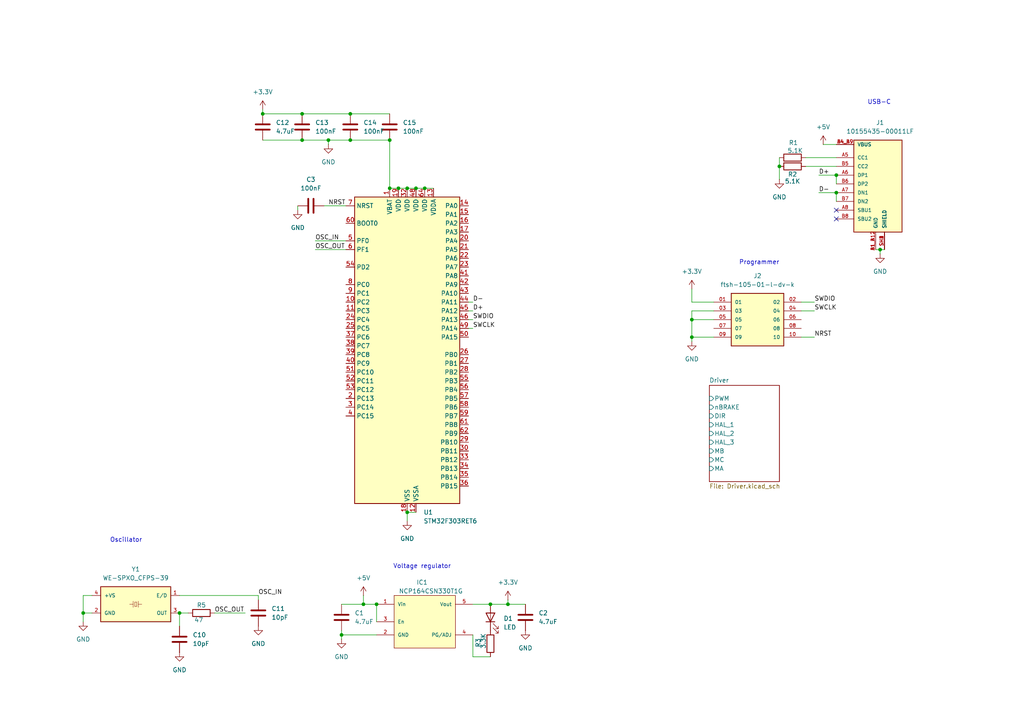
<source format=kicad_sch>
(kicad_sch (version 20231120) (generator "eeschema") (generator_version "8.0")
  (paper "A4")
  (lib_symbols
    (symbol "10155435-00011LF:10155435-00011LF" (pin_names (offset 1.016))
      (property "Reference" "J1" (at 0 17.78 0))
      (property "Value" "10155435-00011LF" (at 0 15.24 0))
      (symbol "10155435-00011LF_0_0"
        (rectangle (start -7.62 12.7) (end 6.35 -13.97) (stroke (width 0.254)) (fill (type background)))
        (pin power_in line (at -1.27 -19.05 90) (length 5.08) (name "GND") (number "A1_B12"))
        (pin power_in line (at -12.7 11.43 0) (length 5.08) (name "VBUS") (number "A4_B9"))
        (pin bidirectional line (at -12.7 7.62 0) (length 5.08) (name "CC1") (number "A5"))
        (pin bidirectional line (at -12.7 2.54 0) (length 5.08) (name "DP1") (number "A6"))
        (pin bidirectional line (at -12.7 -2.54 0) (length 5.08) (name "DN1") (number "A7"))
        (pin bidirectional line (at -12.7 -7.62 0) (length 5.08) (name "SBU1") (number "A8"))
        (pin power_in line (at -1.27 -19.05 90) (length 5.08) (name "GND") (number "B1_A12"))
        (pin power_in line (at -12.7 11.43 0) (length 5.08) (name "VBUS") (number "B4_A9"))
        (pin bidirectional line (at -12.7 5.08 0) (length 5.08) (name "CC2") (number "B5"))
        (pin bidirectional line (at -12.7 0 0) (length 5.08) (name "DP2") (number "B6"))
        (pin bidirectional line (at -12.7 -5.08 0) (length 5.08) (name "DN2") (number "B7"))
        (pin bidirectional line (at -12.7 -10.16 0) (length 5.08) (name "SBU2") (number "B8"))
        (pin passive line (at 1.27 -19.05 90) (length 5.08) (name "SHIELD") (number "SH1"))
        (pin passive line (at 1.27 -19.05 90) (length 5.08) (name "SHIELD") (number "SH2"))
        (pin passive line (at 1.27 -19.05 90) (length 5.08) (name "SHIELD") (number "SH3"))
        (pin passive line (at 1.27 -19.05 90) (length 5.08) (name "SHIELD") (number "SH4"))
      )
    )
    (symbol "Device:C" (pin_numbers hide) (pin_names (offset 0.254))
      (property "Reference" "C" (at 0.635 2.54 0))
      (property "Value" "C" (at 0.635 -2.54 0))
      (symbol "C_0_1"
        (polyline (pts (xy -2.032 -0.762) (xy 2.032 -0.762)) (stroke (width 0.508)))
        (polyline (pts (xy -2.032 0.762) (xy 2.032 0.762)) (stroke (width 0.508)))
      )
      (symbol "C_1_1"
        (pin passive line (at 0 3.81 270) (length 2.794) (name "~") (number "1"))
        (pin passive line (at 0 -3.81 90) (length 2.794) (name "~") (number "2"))
      )
    )
    (symbol "Device:LED" (pin_numbers hide) (pin_names (offset 1.016) hide)
      (property "Reference" "D" (at 0 2.54 0))
      (property "Value" "LED" (at 0 -2.54 0))
      (symbol "LED_0_1"
        (polyline (pts (xy -1.27 -1.27) (xy -1.27 1.27)) (stroke (width 0.254)))
        (polyline (pts (xy -1.27 0) (xy 1.27 0)))
        (polyline (pts (xy 1.27 -1.27) (xy 1.27 1.27) (xy -1.27 0) (xy 1.27 -1.27)) (stroke (width 0.254)))
        (polyline (pts (xy -3.048 -0.762) (xy -4.572 -2.286) (xy -3.81 -2.286) (xy -4.572 -2.286) (xy -4.572 -1.524)))
        (polyline (pts (xy -1.778 -0.762) (xy -3.302 -2.286) (xy -2.54 -2.286) (xy -3.302 -2.286) (xy -3.302 -1.524)))
      )
      (symbol "LED_1_1"
        (pin passive line (at -3.81 0 0) (length 2.54) (name "K") (number "1"))
        (pin passive line (at 3.81 0 180) (length 2.54) (name "A") (number "2"))
      )
    )
    (symbol "Device:R" (pin_numbers hide) (pin_names (offset 0))
      (property "Reference" "R" (at 2.032 0 90))
      (property "Value" "R" (at 0 0 90))
      (symbol "R_0_1"
        (rectangle (start -1.016 -2.54) (end 1.016 2.54) (stroke (width 0.254)))
      )
      (symbol "R_1_1"
        (pin passive line (at 0 3.81 270) (length 1.27) (name "~") (number "1"))
        (pin passive line (at 0 -3.81 90) (length 1.27) (name "~") (number "2"))
      )
    )
    (symbol "FTSH-105-XX-X-DV:FTSH-105-XX-X-DV" (pin_names (offset 1.016))
      (property "Reference" "J2" (at 0 12.7 0))
      (property "Value" "ftsh-105-01-l-dv-k" (at 0 10.16 0))
      (symbol "FTSH-105-XX-X-DV_0_0"
        (rectangle (start -7.62 -7.62) (end 7.62 7.62) (stroke (width 0.254)) (fill (type background)))
        (pin passive line (at -12.7 5.08 0) (length 5.08) (name "01") (number "01"))
        (pin passive line (at 12.7 5.08 180) (length 5.08) (name "02") (number "02"))
        (pin passive line (at -12.7 2.54 0) (length 5.08) (name "03") (number "03"))
        (pin passive line (at 12.7 2.54 180) (length 5.08) (name "04") (number "04"))
        (pin passive line (at -12.7 0 0) (length 5.08) (name "05") (number "05"))
        (pin passive line (at 12.7 0 180) (length 5.08) (name "06") (number "06"))
        (pin passive line (at -12.7 -2.54 0) (length 5.08) (name "07") (number "07"))
        (pin passive line (at 12.7 -2.54 180) (length 5.08) (name "08") (number "08"))
        (pin passive line (at -12.7 -5.08 0) (length 5.08) (name "09") (number "09"))
        (pin passive line (at 12.7 -5.08 180) (length 5.08) (name "10") (number "10"))
      )
    )
    (symbol "MCU_ST_STM32F3:STM32F303RETx"
      (property "Reference" "U" (at -15.24 46.99 0))
      (property "Value" "STM32F303RETx" (at 10.16 46.99 0))
      (symbol "STM32F303RETx_0_1"
        (rectangle (start -15.24 -43.18) (end 15.24 45.72) (stroke (width 0.254)) (fill (type background)))
      )
      (symbol "STM32F303RETx_1_1"
        (pin power_in line (at -5.08 48.26 270) (length 2.54) (name "VBAT") (number "1"))
        (pin bidirectional line (at -17.78 15.24 0) (length 2.54) (name "PC2") (number "10"))
        (pin bidirectional line (at -17.78 12.7 0) (length 2.54) (name "PC3") (number "11"))
        (pin power_in line (at 2.54 -45.72 90) (length 2.54) (name "VSSA") (number "12"))
        (pin power_in line (at 7.62 48.26 270) (length 2.54) (name "VDDA") (number "13"))
        (pin bidirectional line (at 17.78 43.18 180) (length 2.54) (name "PA0") (number "14"))
        (pin bidirectional line (at 17.78 40.64 180) (length 2.54) (name "PA1") (number "15"))
        (pin bidirectional line (at 17.78 38.1 180) (length 2.54) (name "PA2") (number "16"))
        (pin bidirectional line (at 17.78 35.56 180) (length 2.54) (name "PA3") (number "17"))
        (pin power_in line (at 0 -45.72 90) (length 2.54) (name "VSS") (number "18"))
        (pin power_in line (at -2.54 48.26 270) (length 2.54) (name "VDD") (number "19"))
        (pin bidirectional line (at -17.78 -12.7 0) (length 2.54) (name "PC13") (number "2"))
        (pin bidirectional line (at 17.78 33.02 180) (length 2.54) (name "PA4") (number "20"))
        (pin bidirectional line (at 17.78 30.48 180) (length 2.54) (name "PA5") (number "21"))
        (pin bidirectional line (at 17.78 27.94 180) (length 2.54) (name "PA6") (number "22"))
        (pin bidirectional line (at 17.78 25.4 180) (length 2.54) (name "PA7") (number "23"))
        (pin bidirectional line (at -17.78 10.16 0) (length 2.54) (name "PC4") (number "24"))
        (pin bidirectional line (at -17.78 7.62 0) (length 2.54) (name "PC5") (number "25"))
        (pin bidirectional line (at 17.78 0 180) (length 2.54) (name "PB0") (number "26"))
        (pin bidirectional line (at 17.78 -2.54 180) (length 2.54) (name "PB1") (number "27"))
        (pin bidirectional line (at 17.78 -5.08 180) (length 2.54) (name "PB2") (number "28"))
        (pin bidirectional line (at 17.78 -25.4 180) (length 2.54) (name "PB10") (number "29"))
        (pin bidirectional line (at -17.78 -15.24 0) (length 2.54) (name "PC14") (number "3"))
        (pin bidirectional line (at 17.78 -27.94 180) (length 2.54) (name "PB11") (number "30"))
        (pin passive line (at 0 -45.72 90) (length 2.54) hide (name "VSS") (number "31"))
        (pin power_in line (at 0 48.26 270) (length 2.54) (name "VDD") (number "32"))
        (pin bidirectional line (at 17.78 -30.48 180) (length 2.54) (name "PB12") (number "33"))
        (pin bidirectional line (at 17.78 -33.02 180) (length 2.54) (name "PB13") (number "34"))
        (pin bidirectional line (at 17.78 -35.56 180) (length 2.54) (name "PB14") (number "35"))
        (pin bidirectional line (at 17.78 -38.1 180) (length 2.54) (name "PB15") (number "36"))
        (pin bidirectional line (at -17.78 5.08 0) (length 2.54) (name "PC6") (number "37"))
        (pin bidirectional line (at -17.78 2.54 0) (length 2.54) (name "PC7") (number "38"))
        (pin bidirectional line (at -17.78 0 0) (length 2.54) (name "PC8") (number "39"))
        (pin bidirectional line (at -17.78 -17.78 0) (length 2.54) (name "PC15") (number "4"))
        (pin bidirectional line (at -17.78 -2.54 0) (length 2.54) (name "PC9") (number "40"))
        (pin bidirectional line (at 17.78 22.86 180) (length 2.54) (name "PA8") (number "41"))
        (pin bidirectional line (at 17.78 20.32 180) (length 2.54) (name "PA9") (number "42"))
        (pin bidirectional line (at 17.78 17.78 180) (length 2.54) (name "PA10") (number "43"))
        (pin bidirectional line (at 17.78 15.24 180) (length 2.54) (name "PA11") (number "44"))
        (pin bidirectional line (at 17.78 12.7 180) (length 2.54) (name "PA12") (number "45"))
        (pin bidirectional line (at 17.78 10.16 180) (length 2.54) (name "PA13") (number "46"))
        (pin passive line (at 0 -45.72 90) (length 2.54) hide (name "VSS") (number "47"))
        (pin power_in line (at 2.54 48.26 270) (length 2.54) (name "VDD") (number "48"))
        (pin bidirectional line (at 17.78 7.62 180) (length 2.54) (name "PA14") (number "49"))
        (pin bidirectional line (at -17.78 33.02 0) (length 2.54) (name "PF0") (number "5"))
        (pin bidirectional line (at 17.78 5.08 180) (length 2.54) (name "PA15") (number "50"))
        (pin bidirectional line (at -17.78 -5.08 0) (length 2.54) (name "PC10") (number "51"))
        (pin bidirectional line (at -17.78 -7.62 0) (length 2.54) (name "PC11") (number "52"))
        (pin bidirectional line (at -17.78 -10.16 0) (length 2.54) (name "PC12") (number "53"))
        (pin bidirectional line (at -17.78 25.4 0) (length 2.54) (name "PD2") (number "54"))
        (pin bidirectional line (at 17.78 -7.62 180) (length 2.54) (name "PB3") (number "55"))
        (pin bidirectional line (at 17.78 -10.16 180) (length 2.54) (name "PB4") (number "56"))
        (pin bidirectional line (at 17.78 -12.7 180) (length 2.54) (name "PB5") (number "57"))
        (pin bidirectional line (at 17.78 -15.24 180) (length 2.54) (name "PB6") (number "58"))
        (pin bidirectional line (at 17.78 -17.78 180) (length 2.54) (name "PB7") (number "59"))
        (pin bidirectional line (at -17.78 30.48 0) (length 2.54) (name "PF1") (number "6"))
        (pin input line (at -17.78 38.1 0) (length 2.54) (name "BOOT0") (number "60"))
        (pin bidirectional line (at 17.78 -20.32 180) (length 2.54) (name "PB8") (number "61"))
        (pin bidirectional line (at 17.78 -22.86 180) (length 2.54) (name "PB9") (number "62"))
        (pin passive line (at 0 -45.72 90) (length 2.54) hide (name "VSS") (number "63"))
        (pin power_in line (at 5.08 48.26 270) (length 2.54) (name "VDD") (number "64"))
        (pin input line (at -17.78 43.18 0) (length 2.54) (name "NRST") (number "7"))
        (pin bidirectional line (at -17.78 20.32 0) (length 2.54) (name "PC0") (number "8"))
        (pin bidirectional line (at -17.78 17.78 0) (length 2.54) (name "PC1") (number "9"))
      )
    )
    (symbol "NCP164CSN330T1G:NCP164CSN330T1G" (pin_names (offset 1.016))
      (property "Reference" "IC1" (at -0.762 7.62 0))
      (property "Value" "NCP164CSN330T1G" (at 1.778 5.08 0))
      (symbol "NCP164CSN330T1G_0_0"
        (pin bidirectional line (at -13.97 -7.62 0) (length 5.08) (name "GND") (number "2"))
        (pin bidirectional line (at 13.97 -7.62 180) (length 5.08) (name "PG/ADJ") (number "4"))
      )
      (symbol "NCP164CSN330T1G_0_1"
        (rectangle (start -8.89 3.81) (end 8.89 -11.43) (fill (type background)))
      )
      (symbol "NCP164CSN330T1G_1_0"
        (pin bidirectional line (at -13.97 1.27 0) (length 5.08) (name "Vin") (number "1"))
        (pin bidirectional line (at -13.97 -3.81 0) (length 5.08) (name "En") (number "3"))
        (pin bidirectional line (at 13.97 1.27 180) (length 5.08) (name "Vout") (number "5"))
      )
    )
    (symbol "WE-SPXO_CFPS-39:WE-SPXO_CFPS-39" (pin_names (offset 1.016))
      (property "Reference" "Y1" (at 0 10.16 0))
      (property "Value" "WE-SPXO_CFPS-39" (at 0 7.62 0))
      (symbol "WE-SPXO_CFPS-39_0_0"
        (rectangle (start -10.16 -5.08) (end 10.16 5.08) (stroke (width 0.254)) (fill (type background)))
        (polyline (pts (xy -1.778 0) (xy -0.762 0)) (stroke (width 0.1016)))
        (polyline (pts (xy -0.762 0) (xy -0.762 -0.889)) (stroke (width 0.1016)))
        (polyline (pts (xy -0.762 0) (xy -0.762 0.889)) (stroke (width 0.1016)))
        (polyline (pts (xy -0.254 -0.635) (xy -0.254 0.635)) (stroke (width 0.1016)))
        (polyline (pts (xy -0.254 0.635) (xy 0.254 0.635)) (stroke (width 0.1016)))
        (polyline (pts (xy 0.254 -0.635) (xy -0.254 -0.635)) (stroke (width 0.1016)))
        (polyline (pts (xy 0.254 0.635) (xy 0.254 -0.635)) (stroke (width 0.1016)))
        (polyline (pts (xy 0.762 0) (xy 0.762 -0.889)) (stroke (width 0.1016)))
        (polyline (pts (xy 0.762 0) (xy 0.762 0.889)) (stroke (width 0.1016)))
        (polyline (pts (xy 1.778 0) (xy 0.762 0)) (stroke (width 0.1016)))
        (pin input line (at 12.7 2.54 180) (length 2.54) (name "E/D") (number "1"))
        (pin power_in line (at -12.7 -2.54 0) (length 2.54) (name "GND") (number "2"))
        (pin output line (at 12.7 -2.54 180) (length 2.54) (name "OUT") (number "3"))
        (pin power_in line (at -12.7 2.54 0) (length 2.54) (name "+VS") (number "4"))
      )
    )
    (symbol "power:+3.3V" (power) (pin_numbers hide) (pin_names (offset 0) hide)
      (property "Value" "+3.3V" (at 0 3.556 0))
      (symbol "+3.3V_0_1"
        (polyline (pts (xy -0.762 1.27) (xy 0 2.54)))
        (polyline (pts (xy 0 0) (xy 0 2.54)))
        (polyline (pts (xy 0 2.54) (xy 0.762 1.27)))
      )
      (symbol "+3.3V_1_1"
        (pin power_in line (at 0 0 90) (length 0) (name "~") (number "1"))
      )
    )
    (symbol "power:+5V" (power) (pin_numbers hide) (pin_names (offset 0) hide)
      (property "Value" "+5V" (at 0 3.556 0))
      (symbol "+5V_0_1"
        (polyline (pts (xy -0.762 1.27) (xy 0 2.54)))
        (polyline (pts (xy 0 0) (xy 0 2.54)))
        (polyline (pts (xy 0 2.54) (xy 0.762 1.27)))
      )
      (symbol "+5V_1_1"
        (pin power_in line (at 0 0 90) (length 0) (name "~") (number "1"))
      )
    )
    (symbol "power:GND" (power) (pin_numbers hide) (pin_names (offset 0) hide)
      (property "Value" "GND" (at 0 -3.81 0))
      (symbol "GND_0_1"
        (polyline (pts (xy 0 0) (xy 0 -1.27) (xy 1.27 -1.27) (xy 0 -2.54) (xy -1.27 -1.27) (xy 0 -1.27)))
      )
      (symbol "GND_1_1"
        (pin power_in line (at 0 0 270) (length 0) (name "~") (number "1"))
      )
    )
  )
  (junction (at 242.57 50.8))
  (junction (at 99.06 184.15))
  (junction (at 87.63 33.02))
  (junction (at 147.32 175.26))
  (junction (at 226.06 48.26))
  (junction (at 87.63 40.64))
  (junction (at 142.24 175.26))
  (junction (at 118.11 148.59))
  (junction (at 52.07 177.8))
  (junction (at 24.13 177.8))
  (junction (at 101.6 33.02))
  (junction (at 123.19 54.61))
  (junction (at 109.22 175.26))
  (junction (at 113.03 54.61))
  (junction (at 95.25 40.64))
  (junction (at 101.6 40.64))
  (junction (at 200.66 92.71))
  (junction (at 115.57 54.61))
  (junction (at 242.57 55.88))
  (junction (at 120.65 54.61))
  (junction (at 255.27 72.39))
  (junction (at 200.66 97.79))
  (junction (at 76.2 33.02))
  (junction (at 113.03 40.64))
  (junction (at 118.11 54.61))
  (junction (at 105.41 175.26))
  (no_connect (at 242.57 63.5))
  (no_connect (at 242.57 60.96))
  (wire (pts (xy 137.16 184.15) (xy 137.16 190.5)))
  (wire (pts (xy 242.57 50.8) (xy 242.57 53.34)))
  (wire (pts (xy 101.6 33.02) (xy 113.03 33.02)))
  (wire (pts (xy 99.06 184.15) (xy 99.06 182.88)))
  (wire (pts (xy 118.11 54.61) (xy 120.65 54.61)))
  (wire (pts (xy 52.07 181.61) (xy 52.07 177.8)))
  (wire (pts (xy 123.19 54.61) (xy 125.73 54.61)))
  (wire (pts (xy 147.32 175.26) (xy 152.4 175.26)))
  (wire (pts (xy 87.63 40.64) (xy 95.25 40.64)))
  (wire (pts (xy 255.27 73.66) (xy 255.27 72.39)))
  (wire (pts (xy 87.63 33.02) (xy 101.6 33.02)))
  (wire (pts (xy 118.11 148.59) (xy 120.65 148.59)))
  (wire (pts (xy 226.06 45.72) (xy 226.06 48.26)))
  (wire (pts (xy 200.66 90.17) (xy 200.66 92.71)))
  (wire (pts (xy 113.03 40.64) (xy 113.03 54.61)))
  (wire (pts (xy 76.2 33.02) (xy 87.63 33.02)))
  (wire (pts (xy 105.41 172.72) (xy 105.41 175.26)))
  (wire (pts (xy 105.41 175.26) (xy 109.22 175.26)))
  (wire (pts (xy 137.16 92.71) (xy 135.89 92.71)))
  (wire (pts (xy 120.65 54.61) (xy 123.19 54.61)))
  (wire (pts (xy 142.24 175.26) (xy 147.32 175.26)))
  (wire (pts (xy 74.93 173.99) (xy 74.93 172.72)))
  (wire (pts (xy 99.06 175.26) (xy 105.41 175.26)))
  (wire (pts (xy 24.13 177.8) (xy 24.13 180.34)))
  (wire (pts (xy 232.41 97.79) (xy 236.22 97.79)))
  (wire (pts (xy 237.49 55.88) (xy 242.57 55.88)))
  (wire (pts (xy 232.41 87.63) (xy 236.22 87.63)))
  (wire (pts (xy 226.06 48.26) (xy 226.06 52.07)))
  (wire (pts (xy 52.07 172.72) (xy 74.93 172.72)))
  (wire (pts (xy 137.16 87.63) (xy 135.89 87.63)))
  (wire (pts (xy 200.66 97.79) (xy 200.66 99.06)))
  (wire (pts (xy 115.57 54.61) (xy 118.11 54.61)))
  (wire (pts (xy 99.06 184.15) (xy 109.22 184.15)))
  (wire (pts (xy 95.25 41.91) (xy 95.25 40.64)))
  (wire (pts (xy 86.36 60.96) (xy 86.36 59.69)))
  (wire (pts (xy 118.11 151.13) (xy 118.11 148.59)))
  (wire (pts (xy 95.25 40.64) (xy 101.6 40.64)))
  (wire (pts (xy 137.16 95.25) (xy 135.89 95.25)))
  (wire (pts (xy 91.44 72.39) (xy 100.33 72.39)))
  (wire (pts (xy 233.68 48.26) (xy 242.57 48.26)))
  (wire (pts (xy 26.67 172.72) (xy 24.13 172.72)))
  (wire (pts (xy 232.41 90.17) (xy 236.22 90.17)))
  (wire (pts (xy 200.66 92.71) (xy 200.66 97.79)))
  (wire (pts (xy 137.16 175.26) (xy 142.24 175.26)))
  (wire (pts (xy 237.49 50.8) (xy 242.57 50.8)))
  (wire (pts (xy 137.16 90.17) (xy 135.89 90.17)))
  (wire (pts (xy 24.13 177.8) (xy 26.67 177.8)))
  (wire (pts (xy 233.68 45.72) (xy 242.57 45.72)))
  (wire (pts (xy 76.2 31.75) (xy 76.2 33.02)))
  (wire (pts (xy 142.24 190.5) (xy 137.16 190.5)))
  (wire (pts (xy 254 72.39) (xy 255.27 72.39)))
  (wire (pts (xy 101.6 40.64) (xy 113.03 40.64)))
  (wire (pts (xy 93.98 59.69) (xy 100.33 59.69)))
  (wire (pts (xy 113.03 54.61) (xy 115.57 54.61)))
  (wire (pts (xy 238.76 41.91) (xy 242.57 41.91)))
  (wire (pts (xy 109.22 175.26) (xy 109.22 180.34)))
  (wire (pts (xy 200.66 97.79) (xy 207.01 97.79)))
  (wire (pts (xy 99.06 185.42) (xy 99.06 184.15)))
  (wire (pts (xy 62.23 177.8) (xy 71.12 177.8)))
  (wire (pts (xy 200.66 87.63) (xy 200.66 83.82)))
  (wire (pts (xy 91.44 69.85) (xy 100.33 69.85)))
  (wire (pts (xy 200.66 92.71) (xy 207.01 92.71)))
  (wire (pts (xy 24.13 172.72) (xy 24.13 177.8)))
  (wire (pts (xy 207.01 90.17) (xy 200.66 90.17)))
  (wire (pts (xy 242.57 55.88) (xy 242.57 58.42)))
  (wire (pts (xy 255.27 72.39) (xy 256.54 72.39)))
  (wire (pts (xy 207.01 87.63) (xy 200.66 87.63)))
  (wire (pts (xy 147.32 173.99) (xy 147.32 175.26)))
  (wire (pts (xy 52.07 177.8) (xy 54.61 177.8)))
  (wire (pts (xy 76.2 40.64) (xy 87.63 40.64)))
  (text "Oscillator\n" (at 36.576 156.718 0) (effects (font (size 1.27 1.27))))
  (text "USB-C\n" (at 255.016 29.718 0) (effects (font (size 1.27 1.27))))
  (text "Programmer\n" (at 220.218 76.2 0) (effects (font (size 1.27 1.27))))
  (text "Voltage regulator\n" (at 122.428 164.338 0) (effects (font (size 1.27 1.27))))
  (label "OSC_IN" (at 74.93 172.72 0))
  (label "OSC_OUT" (at 62.23 177.8 0))
  (label "SWDIO" (at 236.22 87.63 0))
  (label "NRST" (at 95.25 59.69 0))
  (label "D+" (at 137.16 90.17 0))
  (label "D-" (at 237.49 55.88 0))
  (label "D+" (at 237.49 50.8 0))
  (label "SWCLK" (at 137.16 95.25 0))
  (label "OSC_IN" (at 91.44 69.85 0))
  (label "SWCLK" (at 236.22 90.17 0))
  (label "SWDIO" (at 137.16 92.71 0))
  (label "NRST" (at 236.22 97.79 0))
  (label "D-" (at 137.16 87.63 0))
  (label "OSC_OUT" (at 91.44 72.39 0))
  (symbol (lib_id "power:GND") (at 86.36 60.96 0) (unit 1)
    (property "Reference" "#PWR010" (effects (hide yes)))
    (property "Value" "GND" (at 86.36 66.04 0))
    (property "Description" "Power symbol creates a global label with name \"GND\" , ground" (effects (hide yes)))
  )
  (symbol (lib_id "NCP164CSN330T1G:NCP164CSN330T1G") (at 123.19 176.53 0) (unit 1)
    (property "Reference" "IC1" (at 122.428 168.91 0))
    (property "Value" "NCP164CSN330T1G" (at 124.968 171.45 0))
    (property "Footprint" "NCP164CSN330T1G:SOT95P275X110-5N" (effects (hide yes)))
    (property "MANUFACTURER_NAME" "ON Semiconductor" (effects (hide yes)))
    (property "MF" "ON Semiconductor" (effects (hide yes)))
    (property "MOUSER_PRICE-STOCK" "https://www.mouser.co.uk/ProductDetail/onsemi/NCP164CSN330T1G?qs=xZ%2FP%252Ba9zWqbi%2FAyy5UtoRw%3D%3D" (effects (hide yes)))
    (property "DESCRIPTION" "LDO Regulator Pos 3.3V 0.3A 5-Pin TSOP T/R" (effects (hide yes)))
    (property "MOUSER_PART_NUMBER" "863-NCP164CSN330T1G" (effects (hide yes)))
    (property "Price" "None" (effects (hide yes)))
    (property "Package" "TSOP-5 ON Semiconductor" (effects (hide yes)))
    (property "Check_prices" "https://www.snapeda.com/parts/NCP164CSN330T1G/Onsemi/view-part/?ref=eda" (effects (hide yes)))
    (property "HEIGHT" "1.1mm" (effects (hide yes)))
    (property "SnapEDA_Link" "https://www.snapeda.com/parts/NCP164CSN330T1G/Onsemi/view-part/?ref=snap" (effects (hide yes)))
    (property "MP" "NCP164CSN330T1G" (effects (hide yes)))
    (property "Description_1" "\n                        \n                            Linear Voltage Regulator IC Positive Fixed 1 Output  300mA 5-TSOP\n                        \n" (effects (hide yes)))
    (property "Availability" "In Stock" (effects (hide yes)))
    (property "MANUFACTURER_PART_NUMBER" "NCP164CSN330T1G" (effects (hide yes)))
  )
  (symbol (lib_id "power:+3.3V") (at 76.2 31.75 0) (unit 1)
    (property "Reference" "#PWR028" (effects (hide yes)))
    (property "Value" "+3.3V" (at 76.2 26.67 0))
    (property "Description" "Power symbol creates a global label with name \"+3.3V\"" (effects (hide yes)))
  )
  (symbol (lib_id "Device:R") (at 142.24 186.69 180) (unit 1)
    (property "Reference" "R3" (at 138.684 186.436 90))
    (property "Value" "3.3K" (at 140.208 185.928 90))
    (property "Description" "Resistor" (effects (hide yes)))
  )
  (symbol (lib_id "Device:R") (at 229.87 45.72 90) (unit 1)
    (property "Reference" "R1" (at 230.124 41.402 90))
    (property "Value" "5.1K" (at 230.632 43.688 90))
    (property "Description" "Resistor" (effects (hide yes)))
  )
  (symbol (lib_id "power:GND") (at 118.11 151.13 0) (unit 1)
    (property "Reference" "#PWR027" (effects (hide yes)))
    (property "Value" "GND" (at 118.11 156.21 0))
    (property "Description" "Power symbol creates a global label with name \"GND\" , ground" (effects (hide yes)))
  )
  (symbol (lib_id "Device:C") (at 99.06 179.07 0) (unit 1)
    (property "Reference" "C1" (at 102.87 177.7999 0) (effects (justify left)))
    (property "Value" "4.7uF" (at 102.87 180.3399 0) (effects (justify left)))
    (property "Description" "Unpolarized capacitor" (effects (hide yes)))
  )
  (symbol (lib_id "power:GND") (at 52.07 189.23 0) (unit 1)
    (property "Reference" "#PWR025" (effects (hide yes)))
    (property "Value" "GND" (at 52.07 194.31 0))
    (property "Description" "Power symbol creates a global label with name \"GND\" , ground" (effects (hide yes)))
  )
  (symbol (lib_id "power:GND") (at 255.27 73.66 0) (unit 1)
    (property "Reference" "#PWR01" (effects (hide yes)))
    (property "Value" "GND" (at 255.27 78.74 0))
    (property "Description" "Power symbol creates a global label with name \"GND\" , ground" (effects (hide yes)))
  )
  (symbol (lib_id "WE-SPXO_CFPS-39:WE-SPXO_CFPS-39") (at 39.37 175.26 0) (unit 1)
    (property "Reference" "Y1" (at 39.37 165.1 0))
    (property "Value" "WE-SPXO_CFPS-39" (at 39.37 167.64 0))
    (property "Footprint" "WE-SPXO_CFPS-39:WE-SPXO_CFPS-39" (effects (hide yes)))
    (property "MF" "Würth Elektronik" (effects (hide yes)))
    (property "Description_1" "\n                        \n                            XTAL OSC XO 16.0000MHZ CMOS\n                        \n" (effects (hide yes)))
    (property "Package" "None" (effects (hide yes)))
    (property "Price" "None" (effects (hide yes)))
    (property "SnapEDA_Link" "https://www.snapeda.com/parts/830205889709/Wurth+Electronics/view-part/?ref=snap" (effects (hide yes)))
    (property "MP" "830205889709" (effects (hide yes)))
    (property "Availability" "In Stock" (effects (hide yes)))
    (property "Check_prices" "https://www.snapeda.com/parts/830205889709/Wurth+Electronics/view-part/?ref=eda" (effects (hide yes)))
  )
  (symbol (lib_id "Device:C") (at 90.17 59.69 90) (unit 1)
    (property "Reference" "C3" (at 90.17 52.07 90))
    (property "Value" "100nF" (at 90.17 54.61 90))
    (property "Description" "Unpolarized capacitor" (effects (hide yes)))
  )
  (symbol (lib_id "Device:C") (at 152.4 179.07 0) (unit 1)
    (property "Reference" "C2" (at 156.21 177.7999 0) (effects (justify left)))
    (property "Value" "4.7uF" (at 156.21 180.3399 0) (effects (justify left)))
    (property "Description" "Unpolarized capacitor" (effects (hide yes)))
  )
  (symbol (lib_id "power:GND") (at 99.06 185.42 0) (unit 1)
    (property "Reference" "#PWR06" (effects (hide yes)))
    (property "Value" "GND" (at 99.06 190.5 0))
    (property "Description" "Power symbol creates a global label with name \"GND\" , ground" (effects (hide yes)))
  )
  (symbol (lib_id "Device:C") (at 76.2 36.83 0) (unit 1)
    (property "Reference" "C12" (at 80.01 35.5599 0) (effects (justify left)))
    (property "Value" "4.7uF" (at 80.01 38.0999 0) (effects (justify left)))
    (property "Description" "Unpolarized capacitor" (effects (hide yes)))
  )
  (symbol (lib_id "Device:C") (at 74.93 177.8 180) (unit 1)
    (property "Reference" "C11" (at 78.74 176.5299 0) (effects (justify right)))
    (property "Value" "10pF" (at 78.74 179.0699 0) (effects (justify right)))
    (property "Description" "Unpolarized capacitor" (effects (hide yes)))
  )
  (symbol (lib_id "power:+5V") (at 105.41 172.72 0) (unit 1)
    (property "Reference" "#PWR04" (effects (hide yes)))
    (property "Value" "+5V" (at 105.41 167.64 0))
    (property "Description" "Power symbol creates a global label with name \"+5V\"" (effects (hide yes)))
  )
  (symbol (lib_id "Device:LED") (at 142.24 179.07 90) (unit 1)
    (property "Reference" "D1" (at 146.05 179.3874 90) (effects (justify right)))
    (property "Value" "LED" (at 146.05 181.9274 90) (effects (justify right)))
    (property "Description" "Light emitting diode" (effects (hide yes)))
  )
  (symbol (lib_id "Device:R") (at 58.42 177.8 270) (unit 1)
    (property "Reference" "R5" (at 58.42 175.514 90))
    (property "Value" "47" (at 57.658 179.832 90))
    (property "Description" "Resistor" (effects (hide yes)))
  )
  (symbol (lib_id "power:+3.3V") (at 200.66 83.82 0) (unit 1)
    (property "Reference" "#PWR05" (effects (hide yes)))
    (property "Value" "+3.3V" (at 200.66 78.74 0))
    (property "Description" "Power symbol creates a global label with name \"+3.3V\"" (effects (hide yes)))
  )
  (symbol (lib_id "Device:C") (at 87.63 36.83 0) (unit 1)
    (property "Reference" "C13" (at 91.44 35.5599 0) (effects (justify left)))
    (property "Value" "100nF" (at 91.44 38.0999 0) (effects (justify left)))
    (property "Description" "Unpolarized capacitor" (effects (hide yes)))
  )
  (symbol (lib_id "power:GND") (at 200.66 99.06 0) (unit 1)
    (property "Reference" "#PWR09" (effects (hide yes)))
    (property "Value" "GND" (at 200.66 104.14 0))
    (property "Description" "Power symbol creates a global label with name \"GND\" , ground" (effects (hide yes)))
  )
  (symbol (lib_id "power:GND") (at 74.93 181.61 0) (unit 1)
    (property "Reference" "#PWR026" (effects (hide yes)))
    (property "Value" "GND" (at 74.93 186.69 0))
    (property "Description" "Power symbol creates a global label with name \"GND\" , ground" (effects (hide yes)))
  )
  (symbol (lib_id "Device:C") (at 113.03 36.83 0) (unit 1)
    (property "Reference" "C15" (at 116.84 35.5599 0) (effects (justify left)))
    (property "Value" "100nF" (at 116.84 38.0999 0) (effects (justify left)))
    (property "Description" "Unpolarized capacitor" (effects (hide yes)))
  )
  (symbol (lib_id "power:GND") (at 95.25 41.91 0) (unit 1)
    (property "Reference" "#PWR029" (effects (hide yes)))
    (property "Value" "GND" (at 95.25 46.99 0))
    (property "Description" "Power symbol creates a global label with name \"GND\" , ground" (effects (hide yes)))
  )
  (symbol (lib_id "power:GND") (at 152.4 182.88 0) (unit 1)
    (property "Reference" "#PWR08" (effects (hide yes)))
    (property "Value" "GND" (at 152.4 187.96 0))
    (property "Description" "Power symbol creates a global label with name \"GND\" , ground" (effects (hide yes)))
  )
  (symbol (lib_id "MCU_ST_STM32F3:STM32F303RETx") (at 118.11 102.87 0) (unit 1)
    (property "Reference" "U1" (at 122.8441 148.59 0) (effects (justify left)))
    (property "Value" "STM32F303RET6" (at 122.8441 151.13 0) (effects (justify left)))
    (property "Footprint" "Package_QFP:LQFP-64_10x10mm_P0.5mm" (effects (hide yes)))
    (property "Datasheet" "https://www.st.com/resource/en/datasheet/stm32f303re.pdf" (effects (hide yes)))
    (property "Description" "STMicroelectronics Arm Cortex-M4 MCU, 512KB flash, 80KB RAM, 72 MHz, 2.0-3.6V, 51 GPIO, LQFP64" (effects (hide yes)))
  )
  (symbol (lib_id "Device:C") (at 52.07 185.42 180) (unit 1)
    (property "Reference" "C10" (at 55.88 184.1499 0) (effects (justify right)))
    (property "Value" "10pF" (at 55.88 186.6899 0) (effects (justify right)))
    (property "Description" "Unpolarized capacitor" (effects (hide yes)))
  )
  (symbol (lib_id "power:GND") (at 24.13 180.34 0) (unit 1)
    (property "Reference" "#PWR024" (effects (hide yes)))
    (property "Value" "GND" (at 24.13 185.42 0))
    (property "Description" "Power symbol creates a global label with name \"GND\" , ground" (effects (hide yes)))
  )
  (symbol (lib_id "power:+3.3V") (at 147.32 173.99 0) (unit 1)
    (property "Reference" "#PWR07" (effects (hide yes)))
    (property "Value" "+3.3V" (at 147.32 168.91 0))
    (property "Description" "Power symbol creates a global label with name \"+3.3V\"" (effects (hide yes)))
  )
  (symbol (lib_id "Device:C") (at 101.6 36.83 0) (unit 1)
    (property "Reference" "C14" (at 105.41 35.5599 0) (effects (justify left)))
    (property "Value" "100nF" (at 105.41 38.0999 0) (effects (justify left)))
    (property "Description" "Unpolarized capacitor" (effects (hide yes)))
  )
  (symbol (lib_id "10155435-00011LF:10155435-00011LF") (at 255.27 53.34 0) (unit 1)
    (property "Reference" "J1" (at 255.27 35.56 0))
    (property "Value" "10155435-00011LF" (at 255.27 38.1 0))
    (property "Footprint" "10155435-00011LF:AMPHENOL_10155435-00011LF" (effects (hide yes)))
    (property "MF" "Amphenol ICC (FCI)" (effects (hide yes)))
    (property "MAXIMUM_PACKAGE_HEIGHT" "3.37 mm" (effects (hide yes)))
    (property "Package" "None" (effects (hide yes)))
    (property "Price" "None" (effects (hide yes)))
    (property "Check_prices" "https://www.snapeda.com/parts/10155435-00011LF/Amphenol+FCI/view-part/?ref=eda" (effects (hide yes)))
    (property "STANDARD" "Manufacturer Recommendations" (effects (hide yes)))
    (property "PARTREV" "C" (effects (hide yes)))
    (property "SnapEDA_Link" "https://www.snapeda.com/parts/10155435-00011LF/Amphenol+FCI/view-part/?ref=snap" (effects (hide yes)))
    (property "MP" "10155435-00011LF" (effects (hide yes)))
    (property "Description_1" "\n                        \n                            USB Type C Receptacle SMT Single Row 16Pin\n                        \n" (effects (hide yes)))
    (property "Availability" "In Stock" (effects (hide yes)))
    (property "MANUFACTURER" "Amphenol" (effects (hide yes)))
  )
  (symbol (lib_id "FTSH-105-XX-X-DV:FTSH-105-XX-X-DV") (at 219.71 92.71 0) (unit 1)
    (property "Reference" "J2" (at 219.71 80.01 0))
    (property "Value" "ftsh-105-01-l-dv-k" (at 219.71 82.55 0))
    (property "Footprint" "FTSH-105-XX-X-DV:SAMTEC_FTSH-105-XX-X-DV" (effects (hide yes)))
    (property "MF" "Samtec" (effects (hide yes)))
    (property "Description_1" "\n                        \n                            Connector Header Surface Mount 10 position 0.050 (1.27mm)\n                        \n" (effects (hide yes)))
    (property "Package" "None" (effects (hide yes)))
    (property "Price" "None" (effects (hide yes)))
    (property "Check_prices" "https://www.snapeda.com/parts/FTSH-105-01-L-DV-K/Samtec+Inc./view-part/?ref=eda" (effects (hide yes)))
    (property "STANDARD" "Manufacturer Recommendation" (effects (hide yes)))
    (property "PARTREV" "H" (effects (hide yes)))
    (property "SnapEDA_Link" "https://www.snapeda.com/parts/FTSH-105-01-L-DV-K/Samtec+Inc./view-part/?ref=snap" (effects (hide yes)))
    (property "MP" "FTSH-105-01-L-DV-K" (effects (hide yes)))
    (property "Availability" "In Stock" (effects (hide yes)))
    (property "MANUFACTURER" "Samtec" (effects (hide yes)))
  )
  (symbol (lib_id "power:GND") (at 226.06 52.07 0) (unit 1)
    (property "Reference" "#PWR02" (effects (hide yes)))
    (property "Value" "GND" (at 226.06 57.15 0))
    (property "Description" "Power symbol creates a global label with name \"GND\" , ground" (effects (hide yes)))
  )
  (symbol (lib_id "Device:R") (at 229.87 48.26 90) (unit 1)
    (property "Reference" "R2" (at 229.87 50.546 90))
    (property "Value" "5.1K" (at 229.87 52.578 90))
    (property "Description" "Resistor" (effects (hide yes)))
  )
  (symbol (lib_id "power:+5V") (at 238.76 41.91 0) (unit 1)
    (property "Reference" "#PWR03" (effects (hide yes)))
    (property "Value" "+5V" (at 238.76 36.83 0))
    (property "Description" "Power symbol creates a global label with name \"+5V\"" (effects (hide yes)))
  )
  (sheet (at 205.74 111.76) (size 20.32 27.94) (stroke (width 0.1524))
    (property "Sheetname" "Driver" (at 205.74 111.0484 0) (effects (justify left bottom)))
    (property "Sheetfile" "Driver.kicad_sch" (at 205.74 140.2846 0) (effects (justify left top)))
    (pin "PWM" input (at 205.74 115.57 180))
    (pin "HAL_2" input (at 205.74 125.73 180))
    (pin "HAL_1" input (at 205.74 123.19 180))
    (pin "HAL_3" input (at 205.74 128.27 180))
    (pin "nBRAKE" input (at 205.74 118.11 180))
    (pin "DIR" input (at 205.74 120.65 180))
    (pin "MB" input (at 205.74 130.81 180))
    (pin "MC" input (at 205.74 133.35 180))
    (pin "MA" input (at 205.74 135.89 180))
  )
)
</source>
